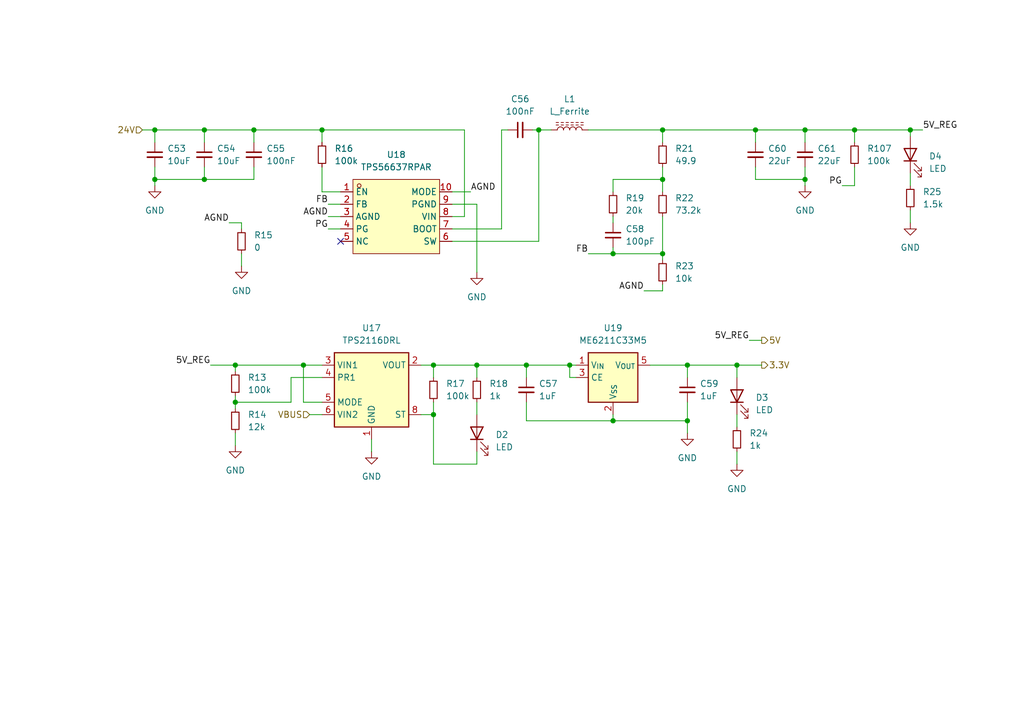
<source format=kicad_sch>
(kicad_sch (version 20250114) (generator "eeschema") (generator_version "9.0")
  (paper "A5")
  (lib_symbols
    (symbol "Device:C_Small" (pin_numbers (hide yes)) (pin_names (offset 0.254) (hide yes))
      (property "Reference" "C" (at 0.254 1.778 0))
      (property "Value" "C_Small" (at 0.254 -2.032 0))
      (symbol "C_Small_0_1"
        (polyline (pts (xy -1.524 0.508) (xy 1.524 0.508)) (stroke (width 0.3048)))
        (polyline (pts (xy -1.524 -0.508) (xy 1.524 -0.508)) (stroke (width 0.3302)))
      )
      (symbol "C_Small_1_1"
        (pin passive line (at 0 2.54 270) (length 2.032) (name "~") (number "1"))
        (pin passive line (at 0 -2.54 90) (length 2.032) (name "~") (number "2"))
      )
    )
    (symbol "Device:LED" (pin_numbers (hide yes)) (pin_names (offset 1.016) (hide yes))
      (property "Reference" "D" (at 0 2.54 0))
      (property "Value" "LED" (at 0 -2.54 0))
      (symbol "LED_0_1"
        (polyline (pts (xy -3.048 -0.762) (xy -4.572 -2.286) (xy -3.81 -2.286) (xy -4.572 -2.286) (xy -4.572 -1.524)))
        (polyline (pts (xy -1.778 -0.762) (xy -3.302 -2.286) (xy -2.54 -2.286) (xy -3.302 -2.286) (xy -3.302 -1.524)))
        (polyline (pts (xy -1.27 0) (xy 1.27 0)))
        (polyline (pts (xy -1.27 -1.27) (xy -1.27 1.27)) (stroke (width 0.254)))
        (polyline (pts (xy 1.27 -1.27) (xy 1.27 1.27) (xy -1.27 0) (xy 1.27 -1.27)) (stroke (width 0.254)))
      )
      (symbol "LED_1_1"
        (pin passive line (at -3.81 0 0) (length 2.54) (name "K") (number "1"))
        (pin passive line (at 3.81 0 180) (length 2.54) (name "A") (number "2"))
      )
    )
    (symbol "Device:L_Ferrite" (pin_numbers (hide yes)) (pin_names (offset 1.016) (hide yes))
      (property "Reference" "L" (at -1.27 0 90))
      (property "Value" "L_Ferrite" (at 2.794 0 90))
      (symbol "L_Ferrite_0_1"
        (arc (start 0 2.54) (mid 0.6323 1.905) (end 0 1.27))
        (arc (start 0 1.27) (mid 0.6323 0.635) (end 0 0))
        (arc (start 0 0) (mid 0.6323 -0.635) (end 0 -1.27))
        (arc (start 0 -1.27) (mid 0.6323 -1.905) (end 0 -2.54))
        (polyline (pts (xy 1.016 2.286) (xy 1.016 2.794)))
        (polyline (pts (xy 1.016 1.27) (xy 1.016 1.778)))
        (polyline (pts (xy 1.016 0.254) (xy 1.016 0.762)))
        (polyline (pts (xy 1.016 -0.762) (xy 1.016 -0.254)))
        (polyline (pts (xy 1.016 -1.778) (xy 1.016 -1.27)))
        (polyline (pts (xy 1.016 -2.794) (xy 1.016 -2.286)))
        (polyline (pts (xy 1.524 2.794) (xy 1.524 2.286)))
        (polyline (pts (xy 1.524 1.778) (xy 1.524 1.27)))
        (polyline (pts (xy 1.524 0.762) (xy 1.524 0.254)))
        (polyline (pts (xy 1.524 -0.254) (xy 1.524 -0.762)))
        (polyline (pts (xy 1.524 -1.27) (xy 1.524 -1.778)))
        (polyline (pts (xy 1.524 -2.286) (xy 1.524 -2.794)))
      )
      (symbol "L_Ferrite_1_1"
        (pin passive line (at 0 3.81 270) (length 1.27) (name "1") (number "1"))
        (pin passive line (at 0 -3.81 90) (length 1.27) (name "2") (number "2"))
      )
    )
    (symbol "Device:R_Small" (pin_numbers (hide yes)) (pin_names (offset 0.254) (hide yes))
      (property "Reference" "R" (at 0.762 0.508 0))
      (property "Value" "R_Small" (at 0.762 -1.016 0))
      (symbol "R_Small_0_1"
        (rectangle (start -0.762 1.778) (end 0.762 -1.778) (stroke (width 0.2032)))
      )
      (symbol "R_Small_1_1"
        (pin passive line (at 0 2.54 270) (length 0.762) (name "~") (number "1"))
        (pin passive line (at 0 -2.54 90) (length 0.762) (name "~") (number "2"))
      )
    )
    (symbol "LCSC:TPS56637RPAR"
      (property "Reference" "U" (at 0 10.16 0))
      (property "Value" "TPS56637RPAR" (at 0 -10.16 0))
      (symbol "TPS56637RPAR_0_1"
        (rectangle (start -8.89 7.62) (end 8.89 -7.62) (fill (type background)))
        (circle (center -7.62 6.35) (radius 0.38))
        (pin unspecified line (at -11.43 5.08 0) (length 2.54) (name "EN") (number "1"))
        (pin unspecified line (at -11.43 2.54 0) (length 2.54) (name "FB") (number "2"))
        (pin unspecified line (at -11.43 0 0) (length 2.54) (name "AGND") (number "3"))
        (pin unspecified line (at -11.43 -2.54 0) (length 2.54) (name "PG") (number "4"))
        (pin unspecified line (at -11.43 -5.08 0) (length 2.54) (name "NC") (number "5"))
        (pin unspecified line (at 11.43 5.08 180) (length 2.54) (name "MODE") (number "10"))
        (pin unspecified line (at 11.43 2.54 180) (length 2.54) (name "PGND") (number "9"))
        (pin unspecified line (at 11.43 0 180) (length 2.54) (name "VIN") (number "8"))
        (pin unspecified line (at 11.43 -2.54 180) (length 2.54) (name "BOOT") (number "7"))
        (pin unspecified line (at 11.43 -5.08 180) (length 2.54) (name "SW") (number "6"))
      )
    )
    (symbol "Power_Management:TPS2116DRL"
      (property "Reference" "U" (at -7.874 9.144 0))
      (property "Value" "TPS2116DRL" (at 0.508 -8.89 0))
      (symbol "TPS2116DRL_0_1"
        (rectangle (start -7.62 7.62) (end 7.62 -7.62) (stroke (width 0.254)) (fill (type background)))
      )
      (symbol "TPS2116DRL_1_0"
        (pin power_out line (at 10.16 5.08 180) (length 2.54) (hide yes) (name "VOUT") (number "7"))
      )
      (symbol "TPS2116DRL_1_1"
        (pin power_in line (at -10.16 5.08 0) (length 2.54) (name "VIN1") (number "3"))
        (pin input line (at -10.16 2.54 0) (length 2.54) (name "PR1") (number "4"))
        (pin input line (at -10.16 -2.54 0) (length 2.54) (name "MODE") (number "5"))
        (pin power_in line (at -10.16 -5.08 0) (length 2.54) (name "VIN2") (number "6"))
        (pin power_in line (at 0 -10.16 90) (length 2.54) (name "GND") (number "1"))
        (pin power_out line (at 10.16 5.08 180) (length 2.54) (name "VOUT") (number "2"))
        (pin open_collector line (at 10.16 -5.08 180) (length 2.54) (name "ST") (number "8"))
      )
    )
    (symbol "Regulator_Linear:ME6211C33M5"
      (property "Reference" "U" (at -4.572 6.35 0))
      (property "Value" "ME6211C33M5" (at 10.16 8.636 0))
      (symbol "ME6211C33M5_1_1"
        (rectangle (start -5.08 5.08) (end 5.08 -5.08) (stroke (width 0.254)) (fill (type background)))
        (pin power_in line (at -7.62 2.54 0) (length 2.54) (name "V_{IN}") (number "1"))
        (pin input line (at -7.62 0 0) (length 2.54) (name "CE") (number "3"))
        (pin power_in line (at 0 -7.62 90) (length 2.54) (name "V_{SS}") (number "2"))
        (pin no_connect line (at 5.08 0 180) (length 2.54) (hide yes) (name "NC") (number "4"))
        (pin power_out line (at 7.62 2.54 180) (length 2.54) (name "V_{OUT}") (number "5"))
      )
    )
    (symbol "power:GND" (power) (pin_numbers (hide yes)) (pin_names (offset 0) (hide yes))
      (property "Value" "GND" (at 0 -3.81 0))
      (symbol "GND_0_1"
        (polyline (pts (xy 0 0) (xy 0 -1.27) (xy 1.27 -1.27) (xy 0 -2.54) (xy -1.27 -1.27) (xy 0 -1.27)))
      )
      (symbol "GND_1_1"
        (pin power_in line (at 0 0 270) (length 0) (name "~") (number "1"))
      )
    )
  )
  (junction (at 135.89 26.67))
  (junction (at 125.73 86.36))
  (junction (at 151.13 74.93))
  (junction (at 41.91 26.67))
  (junction (at 66.04 26.67))
  (junction (at 125.73 52.07))
  (junction (at 48.26 82.55))
  (junction (at 186.69 26.67))
  (junction (at 140.97 74.93))
  (junction (at 88.9 85.09))
  (junction (at 165.1 26.67))
  (junction (at 62.23 74.93))
  (junction (at 140.97 86.36))
  (junction (at 154.94 26.67))
  (junction (at 52.07 26.67))
  (junction (at 41.91 36.83))
  (junction (at 31.75 36.83))
  (junction (at 135.89 52.07))
  (junction (at 31.75 26.67))
  (junction (at 116.84 74.93))
  (junction (at 175.26 26.67))
  (junction (at 107.95 74.93))
  (junction (at 110.49 26.67))
  (junction (at 97.79 74.93))
  (junction (at 88.9 74.93))
  (junction (at 135.89 36.83))
  (junction (at 165.1 36.83))
  (junction (at 48.26 74.93))
  (no_connect (at 69.85 49.53))
  (wire (pts (xy 48.26 82.55) (xy 59.69 82.55)))
  (wire (pts (xy 165.1 26.67) (xy 175.26 26.67)))
  (wire (pts (xy 110.49 49.53) (xy 110.49 26.67)))
  (wire (pts (xy 66.04 82.55) (xy 62.23 82.55)))
  (wire (pts (xy 92.71 41.91) (xy 97.79 41.91)))
  (wire (pts (xy 151.13 74.93) (xy 151.13 77.47)))
  (wire (pts (xy 140.97 74.93) (xy 140.97 77.47)))
  (wire (pts (xy 76.2 90.17) (xy 76.2 92.71)))
  (wire (pts (xy 88.9 85.09) (xy 86.36 85.09)))
  (wire (pts (xy 154.94 26.67) (xy 165.1 26.67)))
  (wire (pts (xy 88.9 95.25) (xy 97.79 95.25)))
  (wire (pts (xy 107.95 82.55) (xy 107.95 86.36)))
  (wire (pts (xy 48.26 81.28) (xy 48.26 82.55)))
  (wire (pts (xy 125.73 36.83) (xy 135.89 36.83)))
  (wire (pts (xy 135.89 52.07) (xy 125.73 52.07)))
  (wire (pts (xy 107.95 86.36) (xy 125.73 86.36)))
  (wire (pts (xy 48.26 74.93) (xy 62.23 74.93)))
  (wire (pts (xy 95.25 26.67) (xy 95.25 44.45)))
  (wire (pts (xy 107.95 74.93) (xy 107.95 77.47)))
  (wire (pts (xy 125.73 86.36) (xy 140.97 86.36)))
  (wire (pts (xy 88.9 74.93) (xy 88.9 77.47)))
  (wire (pts (xy 120.65 52.07) (xy 125.73 52.07)))
  (wire (pts (xy 88.9 74.93) (xy 97.79 74.93)))
  (wire (pts (xy 151.13 74.93) (xy 156.21 74.93)))
  (wire (pts (xy 102.87 26.67) (xy 104.14 26.67)))
  (wire (pts (xy 186.69 26.67) (xy 189.23 26.67)))
  (wire (pts (xy 140.97 74.93) (xy 151.13 74.93)))
  (wire (pts (xy 153.67 69.85) (xy 156.21 69.85)))
  (wire (pts (xy 67.31 41.91) (xy 69.85 41.91)))
  (wire (pts (xy 59.69 82.55) (xy 59.69 77.47)))
  (wire (pts (xy 97.79 74.93) (xy 107.95 74.93)))
  (wire (pts (xy 125.73 39.37) (xy 125.73 36.83)))
  (wire (pts (xy 31.75 36.83) (xy 41.91 36.83)))
  (wire (pts (xy 135.89 58.42) (xy 135.89 59.69)))
  (wire (pts (xy 107.95 74.93) (xy 116.84 74.93)))
  (wire (pts (xy 140.97 86.36) (xy 140.97 88.9)))
  (wire (pts (xy 97.79 74.93) (xy 97.79 77.47)))
  (wire (pts (xy 52.07 36.83) (xy 52.07 34.29)))
  (wire (pts (xy 154.94 34.29) (xy 154.94 36.83)))
  (wire (pts (xy 66.04 26.67) (xy 95.25 26.67)))
  (wire (pts (xy 92.71 46.99) (xy 102.87 46.99)))
  (wire (pts (xy 49.53 45.72) (xy 49.53 46.99)))
  (wire (pts (xy 48.26 88.9) (xy 48.26 91.44)))
  (wire (pts (xy 154.94 26.67) (xy 154.94 29.21)))
  (wire (pts (xy 31.75 38.1) (xy 31.75 36.83)))
  (wire (pts (xy 175.26 26.67) (xy 186.69 26.67)))
  (wire (pts (xy 125.73 44.45) (xy 125.73 45.72)))
  (wire (pts (xy 135.89 44.45) (xy 135.89 52.07)))
  (wire (pts (xy 116.84 77.47) (xy 118.11 77.47)))
  (wire (pts (xy 48.26 74.93) (xy 48.26 76.2)))
  (wire (pts (xy 151.13 92.71) (xy 151.13 95.25)))
  (wire (pts (xy 186.69 43.18) (xy 186.69 45.72)))
  (wire (pts (xy 97.79 41.91) (xy 97.79 55.88)))
  (wire (pts (xy 92.71 39.37) (xy 96.52 39.37)))
  (wire (pts (xy 43.18 74.93) (xy 48.26 74.93)))
  (wire (pts (xy 165.1 26.67) (xy 165.1 29.21)))
  (wire (pts (xy 41.91 36.83) (xy 52.07 36.83)))
  (wire (pts (xy 63.5 85.09) (xy 66.04 85.09)))
  (wire (pts (xy 62.23 74.93) (xy 66.04 74.93)))
  (wire (pts (xy 154.94 36.83) (xy 165.1 36.83)))
  (wire (pts (xy 66.04 39.37) (xy 69.85 39.37)))
  (wire (pts (xy 175.26 26.67) (xy 175.26 29.21)))
  (wire (pts (xy 135.89 34.29) (xy 135.89 36.83)))
  (wire (pts (xy 110.49 26.67) (xy 113.03 26.67)))
  (wire (pts (xy 109.22 26.67) (xy 110.49 26.67)))
  (wire (pts (xy 31.75 34.29) (xy 31.75 36.83)))
  (wire (pts (xy 97.79 95.25) (xy 97.79 92.71)))
  (wire (pts (xy 95.25 44.45) (xy 92.71 44.45)))
  (wire (pts (xy 125.73 85.09) (xy 125.73 86.36)))
  (wire (pts (xy 175.26 38.1) (xy 172.72 38.1)))
  (wire (pts (xy 135.89 36.83) (xy 135.89 39.37)))
  (wire (pts (xy 102.87 46.99) (xy 102.87 26.67)))
  (wire (pts (xy 52.07 26.67) (xy 66.04 26.67)))
  (wire (pts (xy 41.91 34.29) (xy 41.91 36.83)))
  (wire (pts (xy 186.69 35.56) (xy 186.69 38.1)))
  (wire (pts (xy 186.69 26.67) (xy 186.69 27.94)))
  (wire (pts (xy 29.21 26.67) (xy 31.75 26.67)))
  (wire (pts (xy 31.75 26.67) (xy 31.75 29.21)))
  (wire (pts (xy 116.84 74.93) (xy 118.11 74.93)))
  (wire (pts (xy 88.9 82.55) (xy 88.9 85.09)))
  (wire (pts (xy 140.97 82.55) (xy 140.97 86.36)))
  (wire (pts (xy 31.75 26.67) (xy 41.91 26.67)))
  (wire (pts (xy 88.9 85.09) (xy 88.9 95.25)))
  (wire (pts (xy 41.91 26.67) (xy 41.91 29.21)))
  (wire (pts (xy 135.89 26.67) (xy 154.94 26.67)))
  (wire (pts (xy 52.07 26.67) (xy 52.07 29.21)))
  (wire (pts (xy 41.91 26.67) (xy 52.07 26.67)))
  (wire (pts (xy 151.13 85.09) (xy 151.13 87.63)))
  (wire (pts (xy 66.04 26.67) (xy 66.04 29.21)))
  (wire (pts (xy 165.1 36.83) (xy 165.1 38.1)))
  (wire (pts (xy 120.65 26.67) (xy 135.89 26.67)))
  (wire (pts (xy 175.26 34.29) (xy 175.26 38.1)))
  (wire (pts (xy 67.31 46.99) (xy 69.85 46.99)))
  (wire (pts (xy 97.79 82.55) (xy 97.79 85.09)))
  (wire (pts (xy 92.71 49.53) (xy 110.49 49.53)))
  (wire (pts (xy 46.99 45.72) (xy 49.53 45.72)))
  (wire (pts (xy 67.31 44.45) (xy 69.85 44.45)))
  (wire (pts (xy 135.89 59.69) (xy 132.08 59.69)))
  (wire (pts (xy 135.89 52.07) (xy 135.89 53.34)))
  (wire (pts (xy 116.84 74.93) (xy 116.84 77.47)))
  (wire (pts (xy 135.89 26.67) (xy 135.89 29.21)))
  (wire (pts (xy 66.04 34.29) (xy 66.04 39.37)))
  (wire (pts (xy 59.69 77.47) (xy 66.04 77.47)))
  (wire (pts (xy 125.73 52.07) (xy 125.73 50.8)))
  (wire (pts (xy 48.26 82.55) (xy 48.26 83.82)))
  (wire (pts (xy 165.1 34.29) (xy 165.1 36.83)))
  (wire (pts (xy 133.35 74.93) (xy 140.97 74.93)))
  (wire (pts (xy 49.53 52.07) (xy 49.53 54.61)))
  (wire (pts (xy 86.36 74.93) (xy 88.9 74.93)))
  (wire (pts (xy 62.23 82.55) (xy 62.23 74.93)))
  (label "PG" (at 172.72 38.1 180))
  (label "AGND" (at 46.99 45.72 180))
  (label "AGND" (at 96.52 39.37 0))
  (label "5V_REG" (at 189.23 26.67 0))
  (label "PG" (at 67.31 46.99 180))
  (label "5V_REG" (at 43.18 74.93 180))
  (label "AGND" (at 67.31 44.45 180))
  (label "5V_REG" (at 153.67 69.85 180))
  (label "FB" (at 67.31 41.91 180))
  (label "FB" (at 120.65 52.07 180))
  (label "AGND" (at 132.08 59.69 180))
  (hierarchical_label "VBUS" (shape input) (at 63.5 85.09 180))
  (hierarchical_label "3.3V" (shape output) (at 156.21 74.93 0))
  (hierarchical_label "24V" (shape input) (at 29.21 26.67 180))
  (hierarchical_label "5V" (shape output) (at 156.21 69.85 0))
  (symbol (lib_id "Device:R_Small") (at 88.9 80.01 0) (unit 1)
    (property "Reference" "R17" (at 91.44 78.74 0) (effects (justify left)))
    (property "Value" "100k" (at 91.44 81.28 0) (effects (justify left)))
    (property "Footprint" "Resistor_SMD:R_0603_1608Metric" (effects (hide yes)))
    (property "Description" "Resistor, small symbol" (effects (hide yes)))
  )
  (symbol (lib_id "Device:R_Small") (at 48.26 86.36 0) (unit 1)
    (property "Reference" "R14" (at 50.8 85.09 0) (effects (justify left)))
    (property "Value" "12k" (at 50.8 87.63 0) (effects (justify left)))
    (property "Footprint" "Resistor_SMD:R_0603_1608Metric" (effects (hide yes)))
    (property "Description" "Resistor, small symbol" (effects (hide yes)))
  )
  (symbol (lib_id "power:GND") (at 49.53 54.61 0) (unit 1)
    (property "Reference" "#PWR0133" (effects (hide yes)))
    (property "Value" "GND" (at 49.53 59.69 0))
    (property "Description" "Power symbol creates a global label with name \"GND\" , ground" (effects (hide yes)))
  )
  (symbol (lib_id "Power_Management:TPS2116DRL") (at 76.2 80.01 0) (unit 1)
    (property "Reference" "U17" (at 76.2 67.31 0))
    (property "Value" "TPS2116DRL" (at 76.2 69.85 0))
    (property "Footprint" "Package_TO_SOT_SMD:SOT-583-8" (effects (hide yes)))
    (property "Datasheet" "https://www.ti.com/lit/ds/symlink/tps2116.pdf" (effects (hide yes)))
    (property "Description" "2 Channnels Power Mux with Manual and Priority Switchover, 1.6-5.5V Input Voltage, 2.5A Output Current, Ron 40 mOhm, SOT-583-8" (effects (hide yes)))
  )
  (symbol (lib_id "Device:R_Small") (at 135.89 55.88 0) (unit 1)
    (property "Reference" "R23" (at 138.43 54.61 0) (effects (justify left)))
    (property "Value" "10k" (at 138.43 57.15 0) (effects (justify left)))
    (property "Footprint" "Resistor_SMD:R_0603_1608Metric" (effects (hide yes)))
    (property "Description" "Resistor, small symbol" (effects (hide yes)))
  )
  (symbol (lib_id "Regulator_Linear:ME6211C33M5") (at 125.73 77.47 0) (unit 1)
    (property "Reference" "U19" (at 125.73 67.31 0))
    (property "Value" "ME6211C33M5" (at 125.73 69.85 0))
    (property "Footprint" "Package_TO_SOT_SMD:SOT-23-5" (effects (hide yes)))
    (property "Datasheet" "https://www.lcsc.com/datasheet/lcsc_datasheet_2304140030_MICRONE-Nanjing-Micro-One-Elec-ME6211C33R5G_C235316.pdf" (effects (hide yes)))
    (property "Description" "500mA low dropout linear regulator, shutdown pin, 6.5V max input voltage, 3.3V fixed positive output, SOT-23-5" (effects (hide yes)))
  )
  (symbol (lib_id "power:GND") (at 31.75 38.1 0) (unit 1)
    (property "Reference" "#PWR0131" (effects (hide yes)))
    (property "Value" "GND" (at 31.75 43.18 0))
    (property "Description" "Power symbol creates a global label with name \"GND\" , ground" (effects (hide yes)))
  )
  (symbol (lib_id "Device:C_Small") (at 41.91 31.75 0) (unit 1)
    (property "Reference" "C54" (at 44.45 30.4863 0) (effects (justify left)))
    (property "Value" "10uF" (at 44.45 33.0263 0) (effects (justify left)))
    (property "Footprint" "Capacitor_SMD:C_1206_3216Metric" (effects (hide yes)))
    (property "Description" "Unpolarized capacitor, small symbol" (effects (hide yes)))
  )
  (symbol (lib_id "power:GND") (at 165.1 38.1 0) (unit 1)
    (property "Reference" "#PWR0138" (effects (hide yes)))
    (property "Value" "GND" (at 165.1 43.18 0))
    (property "Description" "Power symbol creates a global label with name \"GND\" , ground" (effects (hide yes)))
  )
  (symbol (lib_id "power:GND") (at 140.97 88.9 0) (unit 1)
    (property "Reference" "#PWR0136" (effects (hide yes)))
    (property "Value" "GND" (at 140.97 93.98 0))
    (property "Description" "Power symbol creates a global label with name \"GND\" , ground" (effects (hide yes)))
  )
  (symbol (lib_id "Device:C_Small") (at 52.07 31.75 0) (unit 1)
    (property "Reference" "C55" (at 54.61 30.4863 0) (effects (justify left)))
    (property "Value" "100nF" (at 54.61 33.0263 0) (effects (justify left)))
    (property "Footprint" "Capacitor_SMD:C_0603_1608Metric" (effects (hide yes)))
    (property "Description" "Unpolarized capacitor, small symbol" (effects (hide yes)))
  )
  (symbol (lib_id "Device:C_Small") (at 31.75 31.75 0) (unit 1)
    (property "Reference" "C53" (at 34.29 30.4863 0) (effects (justify left)))
    (property "Value" "10uF" (at 34.29 33.0263 0) (effects (justify left)))
    (property "Footprint" "Capacitor_SMD:C_1206_3216Metric" (effects (hide yes)))
    (property "Description" "Unpolarized capacitor, small symbol" (effects (hide yes)))
  )
  (symbol (lib_id "Device:R_Small") (at 135.89 31.75 0) (unit 1)
    (property "Reference" "R21" (at 138.43 30.48 0) (effects (justify left)))
    (property "Value" "49.9" (at 138.43 33.02 0) (effects (justify left)))
    (property "Footprint" "Resistor_SMD:R_0603_1608Metric" (effects (hide yes)))
    (property "Description" "Resistor, small symbol" (effects (hide yes)))
  )
  (symbol (lib_id "Device:LED") (at 151.13 81.28 90) (unit 1)
    (property "Reference" "D3" (at 154.94 81.5975 90) (effects (justify right)))
    (property "Value" "LED" (at 154.94 84.1375 90) (effects (justify right)))
    (property "Footprint" "LED_SMD:LED_0603_1608Metric" (effects (hide yes)))
    (property "Description" "Light emitting diode" (effects (hide yes)))
  )
  (symbol (lib_id "power:GND") (at 186.69 45.72 0) (unit 1)
    (property "Reference" "#PWR0139" (effects (hide yes)))
    (property "Value" "GND" (at 186.69 50.8 0))
    (property "Description" "Power symbol creates a global label with name \"GND\" , ground" (effects (hide yes)))
  )
  (symbol (lib_id "power:GND") (at 48.26 91.44 0) (unit 1)
    (property "Reference" "#PWR0132" (effects (hide yes)))
    (property "Value" "GND" (at 48.26 96.52 0))
    (property "Description" "Power symbol creates a global label with name \"GND\" , ground" (effects (hide yes)))
  )
  (symbol (lib_id "Device:LED") (at 97.79 88.9 90) (unit 1)
    (property "Reference" "D2" (at 101.6 89.2175 90) (effects (justify right)))
    (property "Value" "LED" (at 101.6 91.7575 90) (effects (justify right)))
    (property "Footprint" "LED_SMD:LED_0603_1608Metric" (effects (hide yes)))
    (property "Description" "Light emitting diode" (effects (hide yes)))
  )
  (symbol (lib_id "Device:C_Small") (at 125.73 48.26 0) (unit 1)
    (property "Reference" "C58" (at 128.27 46.9963 0) (effects (justify left)))
    (property "Value" "100pF" (at 128.27 49.5363 0) (effects (justify left)))
    (property "Footprint" "Capacitor_SMD:C_0603_1608Metric" (effects (hide yes)))
    (property "Description" "Unpolarized capacitor, small symbol" (effects (hide yes)))
  )
  (symbol (lib_id "Device:R_Small") (at 125.73 41.91 0) (unit 1)
    (property "Reference" "R19" (at 128.27 40.64 0) (effects (justify left)))
    (property "Value" "20k" (at 128.27 43.18 0) (effects (justify left)))
    (property "Footprint" "Resistor_SMD:R_0603_1608Metric" (effects (hide yes)))
    (property "Description" "Resistor, small symbol" (effects (hide yes)))
  )
  (symbol (lib_id "power:GND") (at 76.2 92.71 0) (unit 1)
    (property "Reference" "#PWR0134" (effects (hide yes)))
    (property "Value" "GND" (at 76.2 97.79 0))
    (property "Description" "Power symbol creates a global label with name \"GND\" , ground" (effects (hide yes)))
  )
  (symbol (lib_id "Device:R_Small") (at 49.53 49.53 0) (unit 1)
    (property "Reference" "R15" (at 52.07 48.26 0) (effects (justify left)))
    (property "Value" "0" (at 52.07 50.8 0) (effects (justify left)))
    (property "Footprint" "Resistor_SMD:R_0603_1608Metric" (effects (hide yes)))
    (property "Description" "Resistor, small symbol" (effects (hide yes)))
  )
  (symbol (lib_id "Device:R_Small") (at 151.13 90.17 180) (unit 1)
    (property "Reference" "R24" (at 153.67 88.9 0) (effects (justify right)))
    (property "Value" "1k" (at 153.67 91.44 0) (effects (justify right)))
    (property "Footprint" "Resistor_SMD:R_0603_1608Metric" (effects (hide yes)))
    (property "Description" "Resistor, small symbol" (effects (hide yes)))
  )
  (symbol (lib_id "Device:R_Small") (at 66.04 31.75 0) (unit 1)
    (property "Reference" "R16" (at 68.58 30.48 0) (effects (justify left)))
    (property "Value" "100k" (at 68.58 33.02 0) (effects (justify left)))
    (property "Footprint" "Resistor_SMD:R_0603_1608Metric" (effects (hide yes)))
    (property "Description" "Resistor, small symbol" (effects (hide yes)))
  )
  (symbol (lib_id "Device:L_Ferrite") (at 116.84 26.67 90) (unit 1)
    (property "Reference" "L1" (at 116.84 20.32 90))
    (property "Value" "L_Ferrite" (at 116.84 22.86 90))
    (property "Footprint" "Inductor_SMD:L_Chilisin_BMRA00050530" (effects (hide yes)))
    (property "Description" "Inductor with ferrite core" (effects (hide yes)))
  )
  (symbol (lib_id "Device:C_Small") (at 165.1 31.75 0) (unit 1)
    (property "Reference" "C61" (at 167.64 30.4863 0) (effects (justify left)))
    (property "Value" "22uF" (at 167.64 33.0263 0) (effects (justify left)))
    (property "Footprint" "Capacitor_SMD:C_0805_2012Metric" (effects (hide yes)))
    (property "Description" "Unpolarized capacitor, small symbol" (effects (hide yes)))
  )
  (symbol (lib_id "Device:C_Small") (at 107.95 80.01 0) (unit 1)
    (property "Reference" "C57" (at 110.49 78.7463 0) (effects (justify left)))
    (property "Value" "1uF" (at 110.49 81.2863 0) (effects (justify left)))
    (property "Footprint" "Capacitor_SMD:C_0603_1608Metric" (effects (hide yes)))
    (property "Description" "Unpolarized capacitor, small symbol" (effects (hide yes)))
  )
  (symbol (lib_id "Device:R_Small") (at 97.79 80.01 180) (unit 1)
    (property "Reference" "R18" (at 100.33 78.74 0) (effects (justify right)))
    (property "Value" "1k" (at 100.33 81.28 0) (effects (justify right)))
    (property "Footprint" "Resistor_SMD:R_0603_1608Metric" (effects (hide yes)))
    (property "Description" "Resistor, small symbol" (effects (hide yes)))
  )
  (symbol (lib_id "Device:LED") (at 186.69 31.75 90) (unit 1)
    (property "Reference" "D4" (at 190.5 32.0675 90) (effects (justify right)))
    (property "Value" "LED" (at 190.5 34.6075 90) (effects (justify right)))
    (property "Footprint" "LED_SMD:LED_0603_1608Metric" (effects (hide yes)))
    (property "Description" "Light emitting diode" (effects (hide yes)))
  )
  (symbol (lib_id "Device:R_Small") (at 48.26 78.74 0) (unit 1)
    (property "Reference" "R13" (at 50.8 77.47 0) (effects (justify left)))
    (property "Value" "100k" (at 50.8 80.01 0) (effects (justify left)))
    (property "Footprint" "Resistor_SMD:R_0603_1608Metric" (effects (hide yes)))
    (property "Description" "Resistor, small symbol" (effects (hide yes)))
  )
  (symbol (lib_id "power:GND") (at 151.13 95.25 0) (unit 1)
    (property "Reference" "#PWR0137" (effects (hide yes)))
    (property "Value" "GND" (at 151.13 100.33 0))
    (property "Description" "Power symbol creates a global label with name \"GND\" , ground" (effects (hide yes)))
  )
  (symbol (lib_id "power:GND") (at 97.79 55.88 0) (unit 1)
    (property "Reference" "#PWR0135" (effects (hide yes)))
    (property "Value" "GND" (at 97.79 60.96 0))
    (property "Description" "Power symbol creates a global label with name \"GND\" , ground" (effects (hide yes)))
  )
  (symbol (lib_id "Device:C_Small") (at 106.68 26.67 90) (unit 1)
    (property "Reference" "C56" (at 106.6863 20.32 90))
    (property "Value" "100nF" (at 106.6863 22.86 90))
    (property "Footprint" "Capacitor_SMD:C_0603_1608Metric" (effects (hide yes)))
    (property "Description" "Unpolarized capacitor, small symbol" (effects (hide yes)))
  )
  (symbol (lib_id "Device:R_Small") (at 186.69 40.64 180) (unit 1)
    (property "Reference" "R25" (at 189.23 39.37 0) (effects (justify right)))
    (property "Value" "1.5k" (at 189.23 41.91 0) (effects (justify right)))
    (property "Footprint" "Resistor_SMD:R_0603_1608Metric" (effects (hide yes)))
    (property "Description" "Resistor, small symbol" (effects (hide yes)))
  )
  (symbol (lib_id "Device:R_Small") (at 175.26 31.75 0) (unit 1)
    (property "Reference" "R107" (at 177.8 30.48 0) (effects (justify left)))
    (property "Value" "100k" (at 177.8 33.02 0) (effects (justify left)))
    (property "Footprint" "Resistor_SMD:R_0603_1608Metric" (effects (hide yes)))
    (property "Description" "Resistor, small symbol" (effects (hide yes)))
  )
  (symbol (lib_id "Device:R_Small") (at 135.89 41.91 0) (unit 1)
    (property "Reference" "R22" (at 138.43 40.64 0) (effects (justify left)))
    (property "Value" "73.2k" (at 138.43 43.18 0) (effects (justify left)))
    (property "Footprint" "Resistor_SMD:R_0603_1608Metric" (effects (hide yes)))
    (property "Description" "Resistor, small symbol" (effects (hide yes)))
  )
  (symbol (lib_id "Device:C_Small") (at 140.97 80.01 0) (unit 1)
    (property "Reference" "C59" (at 143.51 78.7463 0) (effects (justify left)))
    (property "Value" "1uF" (at 143.51 81.2863 0) (effects (justify left)))
    (property "Footprint" "Capacitor_SMD:C_0603_1608Metric" (effects (hide yes)))
    (property "Description" "Unpolarized capacitor, small symbol" (effects (hide yes)))
  )
  (symbol (lib_id "LCSC:TPS56637RPAR") (at 81.28 44.45 0) (unit 1)
    (property "Reference" "U18" (at 81.28 31.75 0))
    (property "Value" "TPS56637RPAR" (at 81.28 34.29 0))
    (property "Footprint" "easyeda2kicad:VQFN-HR-10_L3.0-W3.0_RPA" (effects (hide yes)))
    (property "LCSC Part" "C841386" (effects (hide yes)))
  )
  (symbol (lib_id "Device:C_Small") (at 154.94 31.75 0) (unit 1)
    (property "Reference" "C60" (at 157.48 30.4863 0) (effects (justify left)))
    (property "Value" "22uF" (at 157.48 33.0263 0) (effects (justify left)))
    (property "Footprint" "Capacitor_SMD:C_0805_2012Metric" (effects (hide yes)))
    (property "Description" "Unpolarized capacitor, small symbol" (effects (hide yes)))
  )
)
</source>
